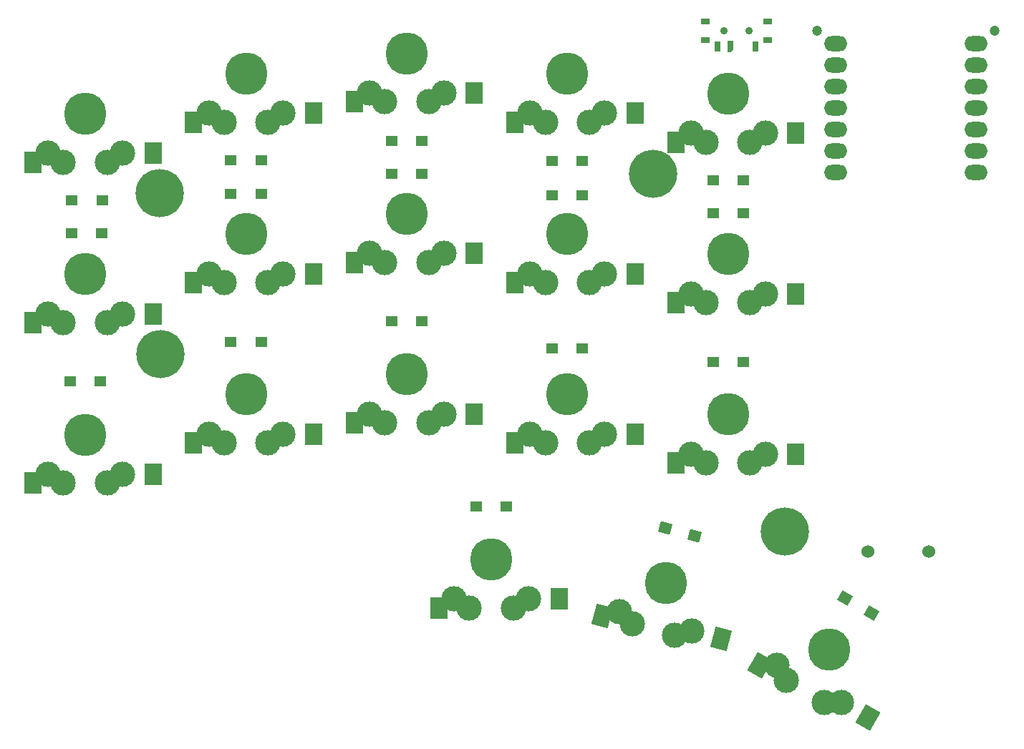
<source format=gts>
%TF.GenerationSoftware,KiCad,Pcbnew,8.0.5*%
%TF.CreationDate,2024-10-10T02:33:46+03:00*%
%TF.ProjectId,1_3S,315f3353-2e6b-4696-9361-645f70636258,rev?*%
%TF.SameCoordinates,Original*%
%TF.FileFunction,Soldermask,Top*%
%TF.FilePolarity,Negative*%
%FSLAX46Y46*%
G04 Gerber Fmt 4.6, Leading zero omitted, Abs format (unit mm)*
G04 Created by KiCad (PCBNEW 8.0.5) date 2024-10-10 02:33:46*
%MOMM*%
%LPD*%
G01*
G04 APERTURE LIST*
G04 Aperture macros list*
%AMRotRect*
0 Rectangle, with rotation*
0 The origin of the aperture is its center*
0 $1 length*
0 $2 width*
0 $3 Rotation angle, in degrees counterclockwise*
0 Add horizontal line*
21,1,$1,$2,0,0,$3*%
%AMOutline5P*
0 Free polygon, 5 corners , with rotation*
0 The origin of the aperture is its center*
0 number of corners: always 5*
0 $1 to $10 corner X, Y*
0 $11 Rotation angle, in degrees counterclockwise*
0 create outline with 5 corners*
4,1,5,$1,$2,$3,$4,$5,$6,$7,$8,$9,$10,$1,$2,$11*%
%AMOutline6P*
0 Free polygon, 6 corners , with rotation*
0 The origin of the aperture is its center*
0 number of corners: always 6*
0 $1 to $12 corner X, Y*
0 $13 Rotation angle, in degrees counterclockwise*
0 create outline with 6 corners*
4,1,6,$1,$2,$3,$4,$5,$6,$7,$8,$9,$10,$11,$12,$1,$2,$13*%
%AMOutline7P*
0 Free polygon, 7 corners , with rotation*
0 The origin of the aperture is its center*
0 number of corners: always 7*
0 $1 to $14 corner X, Y*
0 $15 Rotation angle, in degrees counterclockwise*
0 create outline with 7 corners*
4,1,7,$1,$2,$3,$4,$5,$6,$7,$8,$9,$10,$11,$12,$13,$14,$1,$2,$15*%
%AMOutline8P*
0 Free polygon, 8 corners , with rotation*
0 The origin of the aperture is its center*
0 number of corners: always 8*
0 $1 to $16 corner X, Y*
0 $17 Rotation angle, in degrees counterclockwise*
0 create outline with 8 corners*
4,1,8,$1,$2,$3,$4,$5,$6,$7,$8,$9,$10,$11,$12,$13,$14,$15,$16,$1,$2,$17*%
G04 Aperture macros list end*
%ADD10C,3.000000*%
%ADD11C,5.000000*%
%ADD12RotRect,2.000000X2.500000X330.000000*%
%ADD13R,2.000000X2.500000*%
%ADD14C,5.700000*%
%ADD15RotRect,2.000000X2.500000X345.000000*%
%ADD16C,1.524000*%
%ADD17RotRect,1.425000X1.300000X165.000000*%
%ADD18R,1.425000X1.300000*%
%ADD19RotRect,1.425000X1.300000X150.000000*%
%ADD20O,2.750000X1.800000*%
%ADD21C,1.200000*%
%ADD22R,1.000000X0.800000*%
%ADD23C,0.900000*%
%ADD24R,0.700000X1.280000*%
%ADD25Outline5P,-0.350000X0.640000X0.350000X0.640000X0.350000X-0.360000X0.070000X-0.640000X-0.350000X-0.640000X0.000000*%
G04 APERTURE END LIST*
D10*
X185316752Y-132289492D03*
X186350598Y-134098819D03*
D11*
X191477264Y-130419173D03*
D10*
X190853930Y-136698819D03*
X192937776Y-136689492D03*
D12*
X183232906Y-132298819D03*
X196055467Y-138489492D03*
D10*
X118100000Y-85940970D03*
X119900000Y-86990970D03*
D11*
X122500000Y-81240970D03*
D10*
X125100000Y-86990970D03*
X126900000Y-85940970D03*
D13*
X116300000Y-86990970D03*
X130500000Y-85940970D03*
D14*
X112395000Y-95504000D03*
X112330434Y-76451869D03*
D10*
X166668553Y-125924234D03*
X168135459Y-127404330D03*
D11*
X172135076Y-122523186D03*
D10*
X173158274Y-128750189D03*
X175168700Y-128201841D03*
D15*
X164658126Y-126472581D03*
X178646033Y-129133590D03*
D10*
X99100000Y-71690970D03*
X100900000Y-72740970D03*
D11*
X103500000Y-66990970D03*
D10*
X106100000Y-72740970D03*
X107900000Y-71690970D03*
D13*
X97300000Y-72740970D03*
X111500000Y-71690970D03*
D14*
X186182152Y-116463137D03*
D10*
X156100000Y-66940970D03*
X157900000Y-67990970D03*
D11*
X160500000Y-62240970D03*
D10*
X163100000Y-67990970D03*
X164900000Y-66940970D03*
D13*
X154300000Y-67990970D03*
X168500000Y-66940970D03*
D10*
X118100000Y-104940970D03*
X119900000Y-105990970D03*
D11*
X122500000Y-100240970D03*
D10*
X125100000Y-105990970D03*
X126900000Y-104940970D03*
D13*
X116300000Y-105990970D03*
X130500000Y-104940970D03*
D10*
X175100000Y-88315970D03*
X176900000Y-89365970D03*
D11*
X179500000Y-83615970D03*
D10*
X182100000Y-89365970D03*
X183900000Y-88315970D03*
D13*
X173300000Y-89365970D03*
X187500000Y-88315970D03*
D10*
X175100000Y-69315970D03*
X176900000Y-70365970D03*
D11*
X179500000Y-64615970D03*
D10*
X182100000Y-70365970D03*
X183900000Y-69315970D03*
D13*
X173300000Y-70365970D03*
X187500000Y-69315970D03*
D10*
X156100000Y-104940970D03*
X157900000Y-105990970D03*
D11*
X160500000Y-100240970D03*
D10*
X163100000Y-105990970D03*
X164900000Y-104940970D03*
D13*
X154300000Y-105990970D03*
X168500000Y-104940970D03*
D10*
X156100000Y-85940970D03*
X157900000Y-86990970D03*
D11*
X160500000Y-81240970D03*
D10*
X163100000Y-86990970D03*
X164900000Y-85940970D03*
D13*
X154300000Y-86990970D03*
X168500000Y-85940970D03*
D16*
X196044000Y-118806000D03*
X203244000Y-118806000D03*
D10*
X118100000Y-66940970D03*
X119900000Y-67990970D03*
D11*
X122500000Y-62240970D03*
D10*
X125100000Y-67990970D03*
X126900000Y-66940970D03*
D13*
X116300000Y-67990970D03*
X130500000Y-66940970D03*
D10*
X175100000Y-107315970D03*
X176900000Y-108365970D03*
D11*
X179500000Y-102615970D03*
D10*
X182100000Y-108365970D03*
X183900000Y-107315970D03*
D13*
X173300000Y-108365970D03*
X187500000Y-107315970D03*
D10*
X99100000Y-90690970D03*
X100900000Y-91740970D03*
D11*
X103500000Y-85990970D03*
D10*
X106100000Y-91740970D03*
X107900000Y-90690970D03*
D13*
X97300000Y-91740970D03*
X111500000Y-90690970D03*
D10*
X137100000Y-64565970D03*
X138900000Y-65615970D03*
D11*
X141500000Y-59865970D03*
D10*
X144100000Y-65615970D03*
X145900000Y-64565970D03*
D13*
X135300000Y-65615970D03*
X149500000Y-64565970D03*
D10*
X147100000Y-124440700D03*
X148900000Y-125490700D03*
D11*
X151500000Y-119740700D03*
D10*
X154100000Y-125490700D03*
X155900000Y-124440700D03*
D13*
X145300000Y-125490700D03*
X159500000Y-124440700D03*
D10*
X137100000Y-102565970D03*
X138900000Y-103615970D03*
D11*
X141500000Y-97865970D03*
D10*
X144100000Y-103615970D03*
X145900000Y-102565970D03*
D13*
X135300000Y-103615970D03*
X149500000Y-102565970D03*
D10*
X99100000Y-109690970D03*
X100900000Y-110740970D03*
D11*
X103500000Y-104990970D03*
D10*
X106100000Y-110740970D03*
X107900000Y-109690970D03*
D13*
X97300000Y-110740970D03*
X111500000Y-109690970D03*
D14*
X170659127Y-74112173D03*
D10*
X137100000Y-83565970D03*
X138900000Y-84615970D03*
D11*
X141500000Y-78865970D03*
D10*
X144100000Y-84615970D03*
X145900000Y-83565970D03*
D13*
X135300000Y-84615970D03*
X149500000Y-83565970D03*
D17*
X175526592Y-116962639D03*
X172073408Y-116037361D03*
D18*
X181287500Y-96400000D03*
X177712500Y-96400000D03*
D19*
X196448020Y-126093750D03*
X193351980Y-124306250D03*
D18*
X153287500Y-113500000D03*
X149712500Y-113500000D03*
X105487500Y-77300000D03*
X101912500Y-77300000D03*
X105419500Y-81197000D03*
X101844500Y-81197000D03*
X162287500Y-94800000D03*
X158712500Y-94800000D03*
X181287500Y-74900000D03*
X177712500Y-74900000D03*
X181287500Y-78800000D03*
X177712500Y-78800000D03*
X143287500Y-70200000D03*
X139712500Y-70200000D03*
X143287500Y-74100000D03*
X139712500Y-74100000D03*
D20*
X208794960Y-58696046D03*
X208794960Y-61236046D03*
X208794960Y-63776046D03*
X208794960Y-66316046D03*
X208794960Y-68856046D03*
X208794960Y-71396046D03*
X208794960Y-73936046D03*
X192205040Y-73936046D03*
X192205040Y-71396046D03*
X192205040Y-68856046D03*
X192205040Y-66316046D03*
X192205040Y-63776046D03*
X192205040Y-61236046D03*
X192205040Y-58696046D03*
D21*
X190000000Y-57216046D03*
X211000000Y-57216046D03*
D18*
X162287500Y-72600000D03*
X158712500Y-72600000D03*
X124287500Y-72500000D03*
X120712500Y-72500000D03*
X143287500Y-91600000D03*
X139712500Y-91600000D03*
X162287500Y-76700000D03*
X158712500Y-76700000D03*
D22*
X184150000Y-58300970D03*
X184150000Y-56080970D03*
D23*
X182000000Y-57190970D03*
X179000000Y-57190970D03*
D22*
X176850000Y-58300970D03*
X176850000Y-56080970D03*
D24*
X182750000Y-59060970D03*
D25*
X179750000Y-59060970D03*
D24*
X178250000Y-59060970D03*
D18*
X124287500Y-76500000D03*
X120712500Y-76500000D03*
X124287500Y-94000000D03*
X120712500Y-94000000D03*
X105287500Y-98700000D03*
X101712500Y-98700000D03*
M02*

</source>
